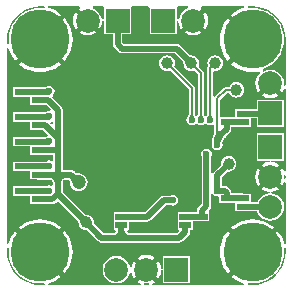
<source format=gbl>
G04 Layer_Physical_Order=2*
G04 Layer_Color=16711680*
%FSLAX44Y44*%
%MOMM*%
G71*
G01*
G75*
%ADD15C,1.0000*%
%ADD18C,0.2000*%
%ADD19C,0.5000*%
%ADD21R,2.0000X2.0000*%
%ADD22C,2.0000*%
%ADD23C,5.0000*%
%ADD24R,2.0000X2.0000*%
%ADD25C,0.6000*%
%ADD26C,1.2000*%
%ADD27R,1.0000X0.5000*%
G36*
X167261Y146350D02*
X167294Y146079D01*
X167349Y145813D01*
X167426Y145555D01*
X167525Y145303D01*
X167646Y145058D01*
X167789Y144819D01*
X167954Y144587D01*
X168141Y144361D01*
X168350Y144142D01*
X164150D01*
X164359Y144361D01*
X164546Y144587D01*
X164711Y144819D01*
X164854Y145058D01*
X164975Y145303D01*
X165074Y145555D01*
X165151Y145813D01*
X165206Y146079D01*
X165239Y146350D01*
X165250Y146628D01*
X167250D01*
X167261Y146350D01*
D02*
G37*
G36*
X159511D02*
X159544Y146079D01*
X159599Y145813D01*
X159676Y145555D01*
X159775Y145303D01*
X159896Y145058D01*
X160039Y144819D01*
X160204Y144587D01*
X160391Y144361D01*
X160600Y144142D01*
X156400D01*
X156609Y144361D01*
X156796Y144587D01*
X156961Y144819D01*
X157104Y145058D01*
X157225Y145303D01*
X157324Y145555D01*
X157401Y145813D01*
X157456Y146079D01*
X157489Y146350D01*
X157500Y146628D01*
X159500D01*
X159511Y146350D01*
D02*
G37*
G36*
X175011D02*
X175044Y146079D01*
X175099Y145813D01*
X175176Y145555D01*
X175275Y145303D01*
X175396Y145058D01*
X175539Y144819D01*
X175704Y144587D01*
X175891Y144361D01*
X176100Y144142D01*
X171900D01*
X172109Y144361D01*
X172296Y144587D01*
X172461Y144819D01*
X172604Y145058D01*
X172725Y145303D01*
X172824Y145555D01*
X172901Y145813D01*
X172956Y146079D01*
X172989Y146350D01*
X173000Y146628D01*
X175000D01*
X175011Y146350D01*
D02*
G37*
G36*
X160484Y189761D02*
X160585Y189475D01*
X160753Y189144D01*
X160989Y188767D01*
X161291Y188345D01*
X162098Y187364D01*
X163174Y186201D01*
X163813Y185551D01*
X162399Y184137D01*
X161749Y184776D01*
X159605Y186659D01*
X159183Y186962D01*
X158806Y187197D01*
X158475Y187365D01*
X158189Y187466D01*
X157949Y187500D01*
X160450Y190002D01*
X160484Y189761D01*
D02*
G37*
G36*
X210000Y237929D02*
X214369Y237585D01*
X218631Y236562D01*
X222680Y234885D01*
X226416Y232595D01*
X229749Y229749D01*
X232595Y226416D01*
X234885Y222680D01*
X236562Y218631D01*
X237585Y214369D01*
X237929Y210000D01*
X237930D01*
Y171606D01*
X236742Y170622D01*
X236499Y170668D01*
X236390Y170883D01*
X236630Y172700D01*
X236233Y175710D01*
X235071Y178515D01*
X233223Y180923D01*
X230815Y182771D01*
X228010Y183933D01*
X225000Y184329D01*
X221990Y183933D01*
X219185Y182771D01*
X218451Y183577D01*
X219044Y185030D01*
X222082Y186289D01*
X225642Y188470D01*
X228818Y191182D01*
X231530Y194358D01*
X233711Y197918D01*
X235310Y201776D01*
X236284Y205837D01*
X236612Y210000D01*
X236284Y214163D01*
X235310Y218224D01*
X233711Y222082D01*
X231530Y225642D01*
X228818Y228818D01*
X225642Y231530D01*
X222082Y233711D01*
X218224Y235310D01*
X214163Y236284D01*
X210000Y236612D01*
X206321Y236322D01*
X205755Y237232D01*
X206158Y237930D01*
X210000D01*
Y237929D01*
D02*
G37*
G36*
X120000Y3370D02*
X121817Y3610D01*
X122032Y3502D01*
X122078Y3258D01*
X121094Y2070D01*
X118906D01*
X117922Y3258D01*
X117968Y3502D01*
X118183Y3610D01*
X120000Y3370D01*
D02*
G37*
G36*
X237930Y33842D02*
Y30000D01*
X237929D01*
X237585Y25631D01*
X236562Y21369D01*
X234885Y17320D01*
X232595Y13584D01*
X229749Y10251D01*
X226416Y7405D01*
X222680Y5115D01*
X218631Y3438D01*
X214369Y2415D01*
X210000Y2071D01*
Y2070D01*
X206158D01*
X205755Y2768D01*
X206321Y3677D01*
X210000Y3388D01*
X214163Y3716D01*
X218224Y4690D01*
X222082Y6288D01*
X225642Y8470D01*
X228818Y11182D01*
X231530Y14358D01*
X233711Y17918D01*
X235310Y21776D01*
X236284Y25837D01*
X236612Y30000D01*
X236322Y33679D01*
X237232Y34245D01*
X237930Y33842D01*
D02*
G37*
G36*
Y94694D02*
Y92506D01*
X236742Y91522D01*
X236499Y91568D01*
X236390Y91783D01*
X236630Y93600D01*
X236390Y95417D01*
X236499Y95632D01*
X236742Y95678D01*
X237930Y94694D01*
D02*
G37*
G36*
X3677Y33679D02*
X3388Y30000D01*
X3716Y25837D01*
X4690Y21776D01*
X6288Y17918D01*
X8470Y14358D01*
X11182Y11182D01*
X14358Y8470D01*
X17918Y6288D01*
X21776Y4690D01*
X25837Y3716D01*
X30000Y3388D01*
X33679Y3677D01*
X34245Y2768D01*
X33842Y2070D01*
X30000D01*
Y2071D01*
X25631Y2415D01*
X21369Y3438D01*
X17320Y5115D01*
X13584Y7405D01*
X10251Y10251D01*
X7405Y13584D01*
X5115Y17320D01*
X3438Y21369D01*
X2415Y25631D01*
X2071Y30000D01*
X2070D01*
Y33842D01*
X2768Y34245D01*
X3677Y33679D01*
D02*
G37*
G36*
X186035Y128750D02*
X185364Y128036D01*
X184763Y127309D01*
X184232Y126568D01*
X183773Y125813D01*
X183384Y125045D01*
X183066Y124263D01*
X182818Y123468D01*
X182641Y122659D01*
X182535Y121836D01*
X182500Y121000D01*
X180000Y126250D01*
X180270Y128017D01*
X178231D01*
X178377Y128210D01*
X178508Y128484D01*
X178623Y128837D01*
X178723Y129270D01*
X178808Y129783D01*
X178931Y131047D01*
X178992Y132630D01*
X179000Y133541D01*
X181000D01*
X181007Y132718D01*
X181035Y132441D01*
X181141Y132207D01*
X181318Y132084D01*
X181566Y132071D01*
X181884Y132169D01*
X182273Y132378D01*
X182732Y132698D01*
X183864Y133669D01*
X184536Y134321D01*
X186035Y128750D01*
D02*
G37*
G36*
X155307Y236660D02*
X153885Y236071D01*
X151477Y234223D01*
X149629Y231815D01*
X148467Y229010D01*
X148359Y228195D01*
X148108Y227857D01*
X146992Y227286D01*
X146757Y227271D01*
X145830Y228139D01*
Y237530D01*
X146934Y237930D01*
X155054D01*
X155307Y236660D01*
D02*
G37*
G36*
X203076Y236660D02*
X201463Y236273D01*
X197458Y234614D01*
X193762Y232349D01*
X191992Y230837D01*
X211414Y211414D01*
X210000Y210000D01*
X211414Y208586D01*
X191992Y189163D01*
X193762Y187651D01*
X197458Y185386D01*
X201463Y183727D01*
X205679Y182715D01*
X210000Y182375D01*
X214321Y182715D01*
X215842Y183080D01*
X216401Y181908D01*
X216056Y181644D01*
X214046Y179024D01*
X212783Y175974D01*
X212352Y172700D01*
X212783Y169426D01*
X214046Y166376D01*
X214828Y165357D01*
X223586Y174114D01*
X225000Y172700D01*
X226414Y174114D01*
X235172Y165357D01*
X235954Y166376D01*
X236660Y168082D01*
X237930Y167829D01*
Y98471D01*
X236660Y98218D01*
X235954Y99924D01*
X235172Y100943D01*
X227828Y93600D01*
X235172Y86257D01*
X235954Y87276D01*
X236660Y88982D01*
X237930Y88729D01*
Y37074D01*
X236660Y36924D01*
X236273Y38537D01*
X234614Y42541D01*
X232349Y46238D01*
X230837Y48008D01*
X211414Y28586D01*
X191992Y9163D01*
X193762Y7651D01*
X197458Y5386D01*
X201463Y3727D01*
X203076Y3340D01*
X202925Y2070D01*
X124871D01*
X124618Y3340D01*
X126324Y4046D01*
X127343Y4828D01*
X120000Y12172D01*
X112657Y4828D01*
X113676Y4046D01*
X115382Y3340D01*
X115129Y2070D01*
X37074D01*
X36924Y3340D01*
X38537Y3727D01*
X42541Y5386D01*
X46238Y7651D01*
X48008Y9163D01*
X28586Y28586D01*
X9163Y48008D01*
X7651Y46238D01*
X5386Y42541D01*
X3727Y38537D01*
X3340Y36924D01*
X2070Y37074D01*
Y202925D01*
X3340Y203076D01*
X3727Y201463D01*
X5386Y197458D01*
X7651Y193762D01*
X9163Y191992D01*
X28586Y211414D01*
X48008Y230837D01*
X46238Y232349D01*
X42541Y234614D01*
X38537Y236273D01*
X36924Y236660D01*
X37075Y237930D01*
X63162D01*
X63593Y236660D01*
X62957Y236172D01*
X71714Y227414D01*
X80472Y218657D01*
X81254Y219676D01*
X82517Y222726D01*
X82900Y225634D01*
X84170Y225551D01*
Y214470D01*
X91591D01*
Y206300D01*
X91904Y204728D01*
X92795Y203395D01*
X96845Y199345D01*
X98178Y198454D01*
X99750Y198141D01*
X143998D01*
X151454Y190685D01*
X151364Y190000D01*
X151588Y188295D01*
X152246Y186707D01*
X153293Y185343D01*
X154657Y184296D01*
X156245Y183638D01*
X157950Y183414D01*
X159655Y183638D01*
X160253Y183886D01*
X160621Y183563D01*
X161238Y182956D01*
X161419Y182883D01*
X163671Y180632D01*
Y146857D01*
X163595Y146694D01*
X163587Y146483D01*
X163570Y146347D01*
X163544Y146219D01*
X163507Y146095D01*
X163459Y145973D01*
X163399Y145851D01*
X163324Y145726D01*
X163232Y145597D01*
X163121Y145463D01*
X162750Y145363D01*
X162000Y145363D01*
X161629Y145463D01*
X161518Y145597D01*
X161426Y145726D01*
X161351Y145851D01*
X161291Y145973D01*
X161243Y146095D01*
X161206Y146219D01*
X161180Y146347D01*
X161163Y146483D01*
X161155Y146694D01*
X161080Y146857D01*
Y169050D01*
X160883Y170037D01*
X160324Y170874D01*
X160324Y170874D01*
X143617Y187582D01*
X143912Y188295D01*
X144136Y190000D01*
X143912Y191705D01*
X143254Y193293D01*
X142207Y194657D01*
X140843Y195704D01*
X139255Y196362D01*
X137550Y196586D01*
X135845Y196362D01*
X134257Y195704D01*
X132893Y194657D01*
X131846Y193293D01*
X131188Y191705D01*
X130964Y190000D01*
X131188Y188295D01*
X131846Y186707D01*
X132893Y185343D01*
X134257Y184296D01*
X135845Y183638D01*
X137550Y183414D01*
X139255Y183638D01*
X139969Y183934D01*
X155920Y167982D01*
Y146857D01*
X155845Y146694D01*
X155837Y146483D01*
X155820Y146347D01*
X155794Y146219D01*
X155757Y146095D01*
X155709Y145973D01*
X155649Y145851D01*
X155574Y145726D01*
X155482Y145597D01*
X155371Y145463D01*
X155202Y145286D01*
X155140Y145125D01*
X154233Y143767D01*
X153881Y142000D01*
X154233Y140232D01*
X155234Y138734D01*
X156733Y137733D01*
X158500Y137381D01*
X160268Y137733D01*
X161552Y138591D01*
X162375Y138702D01*
X163198Y138591D01*
X164482Y137733D01*
X166250Y137381D01*
X168018Y137733D01*
X169302Y138591D01*
X170125Y138702D01*
X170948Y138591D01*
X172232Y137733D01*
X174000Y137381D01*
X175767Y137733D01*
X176150Y137989D01*
X177420Y137310D01*
Y133736D01*
X177344Y133555D01*
X177337Y132669D01*
X177278Y131159D01*
X177165Y129998D01*
X177098Y129591D01*
X177026Y129281D01*
X176967Y129101D01*
X176955Y129074D01*
X176909Y129014D01*
X176889Y128937D01*
X176883Y128925D01*
X176882Y128912D01*
X176851Y128791D01*
X176204Y127822D01*
X175891Y126250D01*
Y123004D01*
X175733Y122767D01*
X175381Y121000D01*
X175733Y119233D01*
X176734Y117734D01*
X178232Y116733D01*
X180000Y116381D01*
X181768Y116733D01*
X183266Y117734D01*
X184267Y119233D01*
X184619Y121000D01*
X184312Y122544D01*
X184421Y123044D01*
X184626Y123704D01*
X184892Y124357D01*
X185221Y125007D01*
X185615Y125654D01*
X186076Y126298D01*
X186607Y126940D01*
X187242Y127615D01*
X187282Y127721D01*
X190905Y131344D01*
X191796Y132678D01*
X192109Y134250D01*
Y136141D01*
X202000D01*
X202397Y136220D01*
X208530D01*
Y143141D01*
X213470D01*
Y135770D01*
X236530D01*
Y158830D01*
X225450D01*
X225367Y160100D01*
X228274Y160483D01*
X231324Y161746D01*
X232343Y162528D01*
X225000Y169872D01*
X217657Y162528D01*
X218676Y161746D01*
X221726Y160483D01*
X224633Y160100D01*
X224550Y158830D01*
X213470D01*
Y151359D01*
X202000D01*
X201603Y151280D01*
X195470D01*
Y144359D01*
X188000D01*
X187603Y144280D01*
X182579D01*
Y158932D01*
X188319Y164671D01*
X190250D01*
X190546Y163957D01*
X191593Y162593D01*
X192957Y161546D01*
X194545Y160888D01*
X196250Y160664D01*
X197955Y160888D01*
X199543Y161546D01*
X200907Y162593D01*
X201954Y163957D01*
X202612Y165545D01*
X202836Y167250D01*
X202612Y168955D01*
X201954Y170543D01*
X200907Y171907D01*
X199543Y172954D01*
X197955Y173612D01*
X196250Y173836D01*
X194545Y173612D01*
X192957Y172954D01*
X191593Y171907D01*
X190546Y170543D01*
X190250Y169830D01*
X187250D01*
X186263Y169633D01*
X185426Y169074D01*
X185426Y169074D01*
X178176Y161824D01*
X177850Y161336D01*
X176580Y161721D01*
Y182366D01*
X177850Y183480D01*
X178350Y183414D01*
X180055Y183638D01*
X181643Y184296D01*
X183008Y185343D01*
X184054Y186707D01*
X184712Y188295D01*
X184937Y190000D01*
X184712Y191705D01*
X184054Y193293D01*
X183008Y194657D01*
X181643Y195704D01*
X180055Y196362D01*
X178350Y196586D01*
X176646Y196362D01*
X175057Y195704D01*
X173693Y194657D01*
X172646Y193293D01*
X171988Y191705D01*
X171764Y190000D01*
X171988Y188295D01*
X172284Y187582D01*
X172176Y187474D01*
X171617Y186637D01*
X171420Y185650D01*
X171420Y185650D01*
Y146857D01*
X171345Y146694D01*
X171337Y146483D01*
X171320Y146347D01*
X171294Y146219D01*
X171257Y146095D01*
X171209Y145973D01*
X171149Y145851D01*
X171074Y145726D01*
X170982Y145597D01*
X170871Y145463D01*
X170501Y145363D01*
X169750Y145364D01*
X169379Y145463D01*
X169268Y145597D01*
X169176Y145726D01*
X169101Y145851D01*
X169041Y145973D01*
X168993Y146095D01*
X168956Y146219D01*
X168930Y146347D01*
X168913Y146483D01*
X168905Y146694D01*
X168830Y146857D01*
Y181700D01*
X168633Y182687D01*
X168074Y183524D01*
X165067Y186531D01*
X164994Y186712D01*
X164373Y187344D01*
X164059Y187684D01*
X164312Y188295D01*
X164536Y190000D01*
X164312Y191705D01*
X163654Y193293D01*
X162607Y194657D01*
X161243Y195704D01*
X159655Y196362D01*
X157950Y196586D01*
X157265Y196496D01*
X148606Y205155D01*
X147273Y206046D01*
X145700Y206359D01*
X101452D01*
X99809Y208002D01*
Y214470D01*
X107230D01*
Y236660D01*
X107230Y237530D01*
X108334Y237930D01*
X121666Y237930D01*
X122770Y236660D01*
Y214470D01*
X145830D01*
Y225550D01*
X147100Y225633D01*
X147483Y222726D01*
X148746Y219676D01*
X149528Y218657D01*
X158286Y227414D01*
X167043Y236172D01*
X166407Y236660D01*
X166838Y237930D01*
X202925D01*
X203076Y236660D01*
D02*
G37*
G36*
X34244Y237231D02*
X33680Y236322D01*
X30000Y236612D01*
X25837Y236284D01*
X21776Y235310D01*
X17918Y233711D01*
X14358Y231530D01*
X11182Y228818D01*
X8470Y225642D01*
X6288Y222082D01*
X4690Y218224D01*
X3716Y214163D01*
X3388Y210000D01*
X3677Y206321D01*
X2768Y205755D01*
X2070Y206158D01*
Y210000D01*
X2071D01*
X2415Y214369D01*
X3438Y218631D01*
X5115Y222680D01*
X7405Y226416D01*
X10251Y229749D01*
X13584Y232595D01*
X17320Y234885D01*
X21369Y236562D01*
X25631Y237585D01*
X30000Y237929D01*
Y237930D01*
X33840D01*
X34244Y237231D01*
D02*
G37*
G36*
X84170Y236660D02*
Y228139D01*
X83243Y227271D01*
X83008Y227286D01*
X81892Y227857D01*
X81641Y228195D01*
X81533Y229010D01*
X80371Y231815D01*
X78523Y234223D01*
X76115Y236071D01*
X74693Y236660D01*
X74946Y237930D01*
X83066D01*
X84170Y236660D01*
D02*
G37*
%LPC*%
G36*
X210000Y57625D02*
X205679Y57285D01*
X201463Y56273D01*
X197458Y54614D01*
X193762Y52349D01*
X191992Y50837D01*
X210000Y32829D01*
X228008Y50837D01*
X226238Y52349D01*
X222542Y54614D01*
X218537Y56273D01*
X214321Y57285D01*
X210000Y57625D01*
D02*
G37*
G36*
X30000D02*
X25679Y57285D01*
X21463Y56273D01*
X17458Y54614D01*
X13762Y52349D01*
X11991Y50837D01*
X30000Y32828D01*
X48008Y50837D01*
X46238Y52349D01*
X42541Y54614D01*
X38537Y56273D01*
X34321Y57285D01*
X30000Y57625D01*
D02*
G37*
G36*
X214828Y100943D02*
X214046Y99924D01*
X212783Y96874D01*
X212352Y93600D01*
X212783Y90326D01*
X214046Y87276D01*
X214828Y86257D01*
X222171Y93600D01*
X214828Y100943D01*
D02*
G37*
G36*
X94600Y26630D02*
X91590Y26233D01*
X88785Y25071D01*
X86377Y23223D01*
X84529Y20815D01*
X83367Y18010D01*
X82971Y15000D01*
X83367Y11990D01*
X84529Y9185D01*
X86377Y6777D01*
X88785Y4929D01*
X91590Y3767D01*
X94600Y3370D01*
X97610Y3767D01*
X100415Y4929D01*
X102823Y6777D01*
X104671Y9185D01*
X105833Y11990D01*
X106142Y14336D01*
X106150Y14397D01*
X107431D01*
X107439Y14336D01*
X107783Y11726D01*
X109046Y8676D01*
X109828Y7657D01*
X117172Y15000D01*
X109828Y22343D01*
X109046Y21324D01*
X107783Y18274D01*
X107439Y15664D01*
X107431Y15603D01*
X106150D01*
X106142Y15664D01*
X105833Y18010D01*
X104671Y20815D01*
X102823Y23223D01*
X100415Y25071D01*
X97610Y26233D01*
X94600Y26630D01*
D02*
G37*
G36*
X189163Y48008D02*
X187651Y46238D01*
X185386Y42541D01*
X183727Y38537D01*
X182715Y34321D01*
X182375Y30000D01*
X182715Y25679D01*
X183727Y21463D01*
X185386Y17458D01*
X187651Y13762D01*
X189163Y11992D01*
X207171Y30000D01*
X189163Y48008D01*
D02*
G37*
G36*
X50837Y48008D02*
X32828Y30000D01*
X50837Y11991D01*
X52349Y13762D01*
X54614Y17458D01*
X56273Y21463D01*
X57285Y25679D01*
X57625Y30000D01*
X57285Y34321D01*
X56273Y38537D01*
X54614Y42541D01*
X52349Y46238D01*
X50837Y48008D01*
D02*
G37*
G36*
X120000Y27648D02*
X116726Y27217D01*
X113676Y25954D01*
X112657Y25172D01*
X120000Y17828D01*
X127343Y25172D01*
X126324Y25954D01*
X123274Y27217D01*
X120000Y27648D01*
D02*
G37*
G36*
X156930Y26530D02*
X133870D01*
Y15449D01*
X132600Y15366D01*
X132536Y15851D01*
X132217Y18274D01*
X130954Y21324D01*
X130172Y22343D01*
X122829Y15000D01*
X130172Y7657D01*
X130954Y8676D01*
X132217Y11726D01*
X132536Y14149D01*
X132600Y14634D01*
X133870Y14551D01*
Y3470D01*
X156930D01*
Y26530D01*
D02*
G37*
G36*
X50837Y228008D02*
X32829Y210000D01*
X50837Y191992D01*
X52349Y193762D01*
X54614Y197458D01*
X56273Y201463D01*
X57285Y205679D01*
X57625Y210000D01*
X57285Y214321D01*
X56273Y218537D01*
X54614Y222542D01*
X52349Y226238D01*
X50837Y228008D01*
D02*
G37*
G36*
X60128Y233343D02*
X59346Y232324D01*
X58083Y229274D01*
X57652Y226000D01*
X58083Y222726D01*
X59346Y219676D01*
X60128Y218657D01*
X67472Y226000D01*
X60128Y233343D01*
D02*
G37*
G36*
X38000Y170619D02*
X36233Y170267D01*
X35247Y169609D01*
X28000D01*
X28000Y169609D01*
X14000D01*
X13603Y169530D01*
X7470D01*
Y161470D01*
X13603D01*
X14000Y161391D01*
X21470D01*
Y154470D01*
X27603D01*
X28000Y154391D01*
X35298D01*
X38968Y150721D01*
X38342Y149551D01*
X38000Y149619D01*
X36233Y149267D01*
X35247Y148609D01*
X28000D01*
X28000Y148609D01*
X14000D01*
X13603Y148530D01*
X7470D01*
Y140470D01*
X13603D01*
X14000Y140391D01*
X21470D01*
Y133470D01*
X27603D01*
X28000Y133391D01*
X32740D01*
X36641Y129490D01*
X36330Y128468D01*
X36134Y128201D01*
X35247Y127609D01*
X28000D01*
X28000Y127609D01*
X14000D01*
X13603Y127530D01*
X7470D01*
Y119470D01*
X13603D01*
X14000Y119391D01*
X21470D01*
Y112470D01*
X27603D01*
X28000Y112391D01*
X40891D01*
Y107864D01*
X40035Y107406D01*
X39621Y107296D01*
X38000Y107619D01*
X36233Y107267D01*
X35247Y106609D01*
X28000D01*
X28000Y106609D01*
X14000D01*
X13603Y106530D01*
X7470D01*
Y98470D01*
X13603D01*
X14000Y98391D01*
X21470D01*
Y91470D01*
X27603D01*
X28000Y91391D01*
X37153D01*
X37175Y91376D01*
X37251Y91391D01*
X37319D01*
X37413Y91346D01*
X38262Y91301D01*
X38892Y91190D01*
X39391Y91024D01*
X39775Y90817D01*
X40073Y90573D01*
X40317Y90275D01*
X40524Y89891D01*
X40690Y89392D01*
X40802Y88762D01*
X40846Y87913D01*
X40891Y87819D01*
Y86863D01*
X40035Y86406D01*
X39621Y86296D01*
X38000Y86619D01*
X36233Y86267D01*
X35247Y85609D01*
X28000D01*
X28000Y85609D01*
X14000D01*
X13603Y85530D01*
X7470D01*
Y77470D01*
X13603D01*
X14000Y77391D01*
X21470D01*
Y70470D01*
X27603D01*
X28000Y70391D01*
X40500D01*
X42072Y70704D01*
X43405Y71595D01*
X45030Y73219D01*
X62504Y55745D01*
X62414Y55060D01*
X62638Y53355D01*
X63296Y51767D01*
X64343Y50403D01*
X65707Y49356D01*
X67295Y48698D01*
X69000Y48474D01*
X69685Y48564D01*
X79155Y39095D01*
X80488Y38204D01*
X82060Y37891D01*
X98653D01*
X98675Y37876D01*
X98751Y37891D01*
X99249D01*
X99325Y37876D01*
X99347Y37891D01*
X148000D01*
X149572Y38204D01*
X150906Y39095D01*
X155906Y44095D01*
X156796Y45428D01*
X157109Y47000D01*
Y48970D01*
X159530D01*
Y55891D01*
X167000D01*
X167397Y55970D01*
X173530D01*
Y64030D01*
X173500D01*
X173014Y65203D01*
X173905Y66094D01*
X174796Y67428D01*
X175109Y69000D01*
Y78880D01*
X176379Y79266D01*
X176734Y78734D01*
X178232Y77733D01*
X180000Y77381D01*
X180488Y77478D01*
X181470Y76673D01*
Y71470D01*
X187603D01*
X188000Y71391D01*
X188000Y71391D01*
X195470D01*
Y64470D01*
X201603D01*
X202000Y64391D01*
X214098D01*
X214929Y62385D01*
X216777Y59977D01*
X219185Y58129D01*
X221990Y56967D01*
X225000Y56571D01*
X228010Y56967D01*
X230815Y58129D01*
X233223Y59977D01*
X235071Y62385D01*
X236233Y65190D01*
X236630Y68200D01*
X236233Y71210D01*
X235071Y74015D01*
X233223Y76423D01*
X230815Y78271D01*
X228010Y79433D01*
X225664Y79742D01*
X225603Y79750D01*
Y81031D01*
X225664Y81039D01*
X228274Y81383D01*
X231324Y82646D01*
X232343Y83428D01*
X225000Y90772D01*
X217657Y83428D01*
X218676Y82646D01*
X221726Y81383D01*
X224336Y81039D01*
X224397Y81031D01*
Y79750D01*
X224336Y79742D01*
X221990Y79433D01*
X219185Y78271D01*
X216777Y76423D01*
X214929Y74015D01*
X214346Y72609D01*
X208530D01*
Y79530D01*
X202397D01*
X202000Y79609D01*
X192109D01*
Y80250D01*
X191796Y81822D01*
X190905Y83155D01*
X189156Y84905D01*
X187822Y85796D01*
X186250Y86109D01*
X184109D01*
Y93298D01*
X189065Y98254D01*
X189750Y98164D01*
X191455Y98388D01*
X193043Y99046D01*
X194407Y100093D01*
X195454Y101457D01*
X196112Y103045D01*
X196336Y104750D01*
X196112Y106455D01*
X195454Y108043D01*
X194407Y109407D01*
X193043Y110454D01*
X191455Y111112D01*
X189750Y111336D01*
X188045Y111112D01*
X186457Y110454D01*
X185093Y109407D01*
X184046Y108043D01*
X183388Y106455D01*
X183164Y104750D01*
X183254Y104065D01*
X177094Y97906D01*
X176379Y96834D01*
X175109Y97082D01*
Y110996D01*
X175267Y111233D01*
X175619Y113000D01*
X175267Y114768D01*
X174266Y116266D01*
X172768Y117267D01*
X171000Y117619D01*
X169233Y117267D01*
X167734Y116266D01*
X166733Y114768D01*
X166381Y113000D01*
X166733Y111233D01*
X166891Y110996D01*
Y70702D01*
X164095Y67906D01*
X163204Y66572D01*
X162891Y65000D01*
Y64109D01*
X153000D01*
X152603Y64030D01*
X146470D01*
Y55970D01*
Y48970D01*
X147363D01*
X147889Y47700D01*
X146298Y46109D01*
X106847D01*
X106825Y46124D01*
X106749Y46109D01*
X106681D01*
X106587Y46154D01*
X105738Y46199D01*
X105108Y46310D01*
X104609Y46476D01*
X104225Y46683D01*
X103927Y46927D01*
X103683Y47225D01*
X103562Y47450D01*
X103711Y47915D01*
X104332Y48720D01*
X105530D01*
Y55641D01*
X120750D01*
X122322Y55954D01*
X123656Y56845D01*
X136452Y69641D01*
X140496D01*
X140732Y69483D01*
X142500Y69131D01*
X144268Y69483D01*
X145766Y70484D01*
X146767Y71982D01*
X147119Y73750D01*
X146767Y75518D01*
X145766Y77016D01*
X144268Y78017D01*
X142500Y78369D01*
X140732Y78017D01*
X140496Y77859D01*
X134750D01*
X133177Y77546D01*
X131845Y76655D01*
X119048Y63859D01*
X99000D01*
X98603Y63780D01*
X92470D01*
Y55720D01*
X92470D01*
Y48720D01*
X93668D01*
X94289Y47914D01*
X94438Y47450D01*
X94317Y47225D01*
X94073Y46927D01*
X93775Y46683D01*
X93391Y46476D01*
X92892Y46310D01*
X92262Y46199D01*
X91413Y46154D01*
X91319Y46109D01*
X91251D01*
X91175Y46124D01*
X91153Y46109D01*
X83762D01*
X75496Y54375D01*
X75586Y55060D01*
X75362Y56765D01*
X74704Y58353D01*
X73657Y59717D01*
X72293Y60764D01*
X70705Y61422D01*
X69000Y61646D01*
X68315Y61556D01*
X49139Y80732D01*
Y84912D01*
X49109Y85063D01*
Y87819D01*
X49154Y87913D01*
X49198Y88762D01*
X49310Y89392D01*
X49476Y89891D01*
X49683Y90275D01*
X49927Y90573D01*
X50225Y90817D01*
X50609Y91024D01*
X51108Y91190D01*
X51738Y91301D01*
X52587Y91346D01*
X52681Y91391D01*
X52749D01*
X52825Y91376D01*
X52847Y91391D01*
X54377D01*
X54466Y91281D01*
X54704Y90946D01*
X54886Y90650D01*
X55015Y90396D01*
X55094Y90192D01*
X55134Y90043D01*
X55145Y89949D01*
X55139Y89761D01*
X55149Y89733D01*
X55138Y89706D01*
X55223Y89500D01*
X55158Y89004D01*
X55417Y87039D01*
X56176Y85207D01*
X57383Y83634D01*
X58956Y82427D01*
X60787Y81668D01*
X62753Y81409D01*
X64719Y81668D01*
X66550Y82427D01*
X68123Y83634D01*
X69331Y85207D01*
X70089Y87039D01*
X70348Y89004D01*
X70089Y90970D01*
X69331Y92802D01*
X68123Y94375D01*
X66550Y95582D01*
X64719Y96341D01*
X62753Y96599D01*
X62257Y96534D01*
X62051Y96619D01*
X62024Y96608D01*
X61996Y96618D01*
X61809Y96612D01*
X61715Y96624D01*
X61565Y96663D01*
X61361Y96743D01*
X61108Y96872D01*
X60811Y97054D01*
X60494Y97280D01*
X59699Y97952D01*
X59267Y98367D01*
X59153Y98412D01*
X57830Y99296D01*
X56257Y99609D01*
X50301D01*
X49139Y100088D01*
Y105912D01*
X49109Y106063D01*
Y116000D01*
Y120937D01*
X49139Y121088D01*
Y126912D01*
Y150470D01*
X48826Y152042D01*
X47935Y153376D01*
X40570Y160741D01*
X40691Y162350D01*
X41266Y162734D01*
X42267Y164233D01*
X42619Y166000D01*
X42267Y167768D01*
X41266Y169266D01*
X39767Y170267D01*
X38000Y170619D01*
D02*
G37*
G36*
X70300Y223172D02*
X62957Y215828D01*
X63976Y215046D01*
X67026Y213783D01*
X70300Y213352D01*
X73574Y213783D01*
X76624Y215046D01*
X77643Y215828D01*
X70300Y223172D01*
D02*
G37*
G36*
X159700Y223172D02*
X152357Y215828D01*
X153376Y215046D01*
X156426Y213783D01*
X159700Y213352D01*
X162974Y213783D01*
X166024Y215046D01*
X167043Y215828D01*
X159700Y223172D01*
D02*
G37*
G36*
X189163Y228008D02*
X187651Y226238D01*
X185386Y222542D01*
X183727Y218537D01*
X182715Y214321D01*
X182375Y210000D01*
X182715Y205679D01*
X183727Y201463D01*
X185386Y197458D01*
X187651Y193762D01*
X189163Y191992D01*
X207171Y210000D01*
X189163Y228008D01*
D02*
G37*
G36*
X30000Y207172D02*
X11992Y189163D01*
X13762Y187651D01*
X17458Y185386D01*
X21463Y183727D01*
X25679Y182715D01*
X30000Y182375D01*
X34321Y182715D01*
X38537Y183727D01*
X42541Y185386D01*
X46238Y187651D01*
X48008Y189163D01*
X30000Y207172D01*
D02*
G37*
G36*
X169872Y233343D02*
X162528Y226000D01*
X169872Y218657D01*
X170654Y219676D01*
X171917Y222726D01*
X172348Y226000D01*
X171917Y229274D01*
X170654Y232324D01*
X169872Y233343D01*
D02*
G37*
G36*
X236530Y130530D02*
X213470D01*
Y107470D01*
X224550D01*
X224634Y106200D01*
X224149Y106136D01*
X221726Y105817D01*
X218676Y104554D01*
X217657Y103772D01*
X225000Y96428D01*
X232343Y103772D01*
X231324Y104554D01*
X228274Y105817D01*
X225851Y106136D01*
X225366Y106200D01*
X225450Y107470D01*
X236530D01*
Y130530D01*
D02*
G37*
%LPD*%
G36*
X58589Y96722D02*
X59477Y95970D01*
X59896Y95672D01*
X60298Y95425D01*
X60683Y95230D01*
X61051Y95086D01*
X61401Y94994D01*
X61735Y94953D01*
X62051Y94963D01*
X56794Y89706D01*
X56805Y90023D01*
X56764Y90356D01*
X56671Y90707D01*
X56528Y91075D01*
X56332Y91459D01*
X56085Y91861D01*
X55787Y92280D01*
X55437Y92716D01*
X54583Y93639D01*
X58118Y97175D01*
X58589Y96722D01*
D02*
G37*
G36*
X40921Y139678D02*
Y138491D01*
X39748Y138005D01*
X38740Y139013D01*
X39083Y140249D01*
X39774Y140454D01*
X40921Y139678D01*
D02*
G37*
G36*
X101550Y48550D02*
X101700Y47700D01*
X101950Y46950D01*
X102300Y46300D01*
X102750Y45750D01*
X103300Y45300D01*
X103950Y44950D01*
X104700Y44700D01*
X105550Y44550D01*
X106500Y44500D01*
X99000Y39500D01*
X91500Y44500D01*
X92450Y44550D01*
X93300Y44700D01*
X94050Y44950D01*
X94700Y45300D01*
X95250Y45750D01*
X95700Y46300D01*
X96050Y46950D01*
X96300Y47700D01*
X96450Y48550D01*
X96500Y49500D01*
X101500D01*
X101550Y48550D01*
D02*
G37*
G36*
X52500Y93000D02*
X51550Y92950D01*
X50700Y92800D01*
X49950Y92550D01*
X49300Y92200D01*
X48750Y91750D01*
X48300Y91200D01*
X47950Y90550D01*
X47700Y89800D01*
X47550Y88950D01*
X47500Y88000D01*
X42500D01*
X42450Y88950D01*
X42300Y89800D01*
X42050Y90550D01*
X41700Y91200D01*
X41250Y91750D01*
X40700Y92200D01*
X40050Y92550D01*
X39300Y92800D01*
X38450Y92950D01*
X37500Y93000D01*
X45000Y98000D01*
X52500Y93000D01*
D02*
G37*
D15*
X196250Y167250D02*
D03*
X189750Y104750D02*
D03*
X69000Y55060D02*
D03*
X178350Y190000D02*
D03*
X157950D02*
D03*
X137550D02*
D03*
D18*
X158500Y169050D01*
Y142000D02*
Y169050D01*
X157950Y190000D02*
X166250Y181700D01*
Y142000D02*
Y181700D01*
X174000Y185650D02*
X178350Y190000D01*
X174000Y142000D02*
Y185650D01*
X180000Y160000D02*
X187250Y167250D01*
X196250D01*
X180000Y126250D02*
Y160000D01*
D19*
Y95000D02*
X189750Y104750D01*
X180000Y82000D02*
Y95000D01*
Y82000D02*
X186250D01*
X188000Y75500D02*
Y80250D01*
X186250Y82000D02*
X188000Y80250D01*
Y75500D02*
X188000Y75500D01*
X202000D01*
X224700Y68500D02*
X225000Y68200D01*
X202000Y68500D02*
X224700D01*
X180000Y121000D02*
Y126250D01*
X188000Y134250D01*
Y140250D01*
X188000Y140250D01*
X202000D01*
X224950Y147250D02*
X225000Y147300D01*
X202000Y147250D02*
X224950D01*
X134750Y73750D02*
X142500D01*
X120750Y59750D02*
X134750Y73750D01*
X113000Y59750D02*
X120750D01*
X171000Y69000D02*
Y113000D01*
X167000Y65000D02*
X171000Y69000D01*
X167000Y60000D02*
Y65000D01*
X153000Y47000D02*
Y53000D01*
X148000Y42000D02*
X153000Y47000D01*
X99000Y42000D02*
X148000D01*
X99000D02*
Y52750D01*
X82060Y42000D02*
X99000D01*
X69000Y55060D02*
X82060Y42000D01*
X99000Y59750D02*
X113000D01*
X153000Y60000D02*
X167000D01*
X14000Y81500D02*
X28000D01*
X28000Y81500D02*
X37500D01*
X28000Y74500D02*
X40500D01*
X28000Y158500D02*
X37000D01*
X45030Y150470D01*
Y126912D02*
Y150470D01*
X95700Y206300D02*
Y226000D01*
Y206300D02*
X99750Y202250D01*
X145700D01*
X157950Y190000D01*
X45030Y79030D02*
X69000Y55060D01*
X45000Y84942D02*
Y95500D01*
X56257D01*
X28000D02*
X45000D01*
X56257D02*
X62753Y89004D01*
X45000Y116000D02*
Y121058D01*
Y105942D02*
Y116000D01*
X44500Y116500D02*
X45000Y116000D01*
X28000Y116500D02*
X44500D01*
X45000Y95500D02*
Y100058D01*
X40500Y74500D02*
X45030Y79030D01*
Y84912D01*
X45000Y84942D02*
X45030Y84912D01*
X45000Y100058D02*
X45030Y100088D01*
Y105912D01*
X45000Y105942D02*
X45030Y105912D01*
X45000Y121058D02*
X45030Y121088D01*
Y126912D01*
X34442Y137500D02*
X45030Y126912D01*
X28000Y137500D02*
X34442D01*
X37500Y123500D02*
X38000Y124000D01*
X37500Y165500D02*
X38000Y166000D01*
X28000Y165500D02*
X37500D01*
X28000Y165500D02*
X28000Y165500D01*
X14000Y165500D02*
X28000D01*
X37500Y144500D02*
X38000Y145000D01*
X28000Y144500D02*
X37500D01*
X28000Y144500D02*
X28000Y144500D01*
X14000Y144500D02*
X28000D01*
X28000Y123500D02*
X37500D01*
X28000Y123500D02*
X28000Y123500D01*
X14000Y123500D02*
X28000D01*
X37500Y102500D02*
X38000Y103000D01*
X28000Y102500D02*
X37500D01*
X28000Y102500D02*
X28000Y102500D01*
X14000Y102500D02*
X28000D01*
X37500Y81500D02*
X38000Y82000D01*
X28000Y81500D02*
X28000Y81500D01*
D21*
X95700Y226000D02*
D03*
X145400Y15000D02*
D03*
X134300Y226000D02*
D03*
D22*
X70300D02*
D03*
X120000Y15000D02*
D03*
X94600D02*
D03*
X225000Y93600D02*
D03*
Y68200D02*
D03*
X225000Y172700D02*
D03*
X159700Y226000D02*
D03*
D23*
X210000Y30000D02*
D03*
X30000D02*
D03*
Y210000D02*
D03*
X210000D02*
D03*
D24*
X225000Y119000D02*
D03*
X225000Y147300D02*
D03*
D25*
X56500Y110750D02*
D03*
X119500Y192250D02*
D03*
X206001Y166000D02*
D03*
Y106000D02*
D03*
Y86000D02*
D03*
X201001Y176000D02*
D03*
Y156000D02*
D03*
X196001Y126000D02*
D03*
X201001Y96000D02*
D03*
X196001Y86000D02*
D03*
X191001Y176000D02*
D03*
Y156000D02*
D03*
Y56000D02*
D03*
X186001Y6000D02*
D03*
X176001Y226000D02*
D03*
Y206000D02*
D03*
X181001Y176000D02*
D03*
Y56000D02*
D03*
X176001Y46000D02*
D03*
Y26000D02*
D03*
X181001Y16000D02*
D03*
X176001Y6000D02*
D03*
X166001Y206000D02*
D03*
Y46000D02*
D03*
X171001Y36000D02*
D03*
X166001Y26000D02*
D03*
X171001Y16000D02*
D03*
X166001Y6000D02*
D03*
X156001Y206000D02*
D03*
Y86000D02*
D03*
X161001Y36000D02*
D03*
Y16000D02*
D03*
X141001Y56000D02*
D03*
X116001Y226000D02*
D03*
X111000Y216000D02*
D03*
X106000Y26000D02*
D03*
X86000Y206000D02*
D03*
X76000D02*
D03*
X81000Y196000D02*
D03*
X76000Y186000D02*
D03*
Y166000D02*
D03*
Y26000D02*
D03*
Y6000D02*
D03*
X66000Y206000D02*
D03*
X71000Y196000D02*
D03*
X66000Y186000D02*
D03*
X71000Y176000D02*
D03*
X66000Y166000D02*
D03*
Y146000D02*
D03*
X71000Y36000D02*
D03*
X66000Y26000D02*
D03*
X71000Y16000D02*
D03*
X66000Y6000D02*
D03*
X61000Y196000D02*
D03*
X56000Y186000D02*
D03*
X61000Y176000D02*
D03*
X56000Y166000D02*
D03*
X61000Y156000D02*
D03*
Y36000D02*
D03*
Y16000D02*
D03*
X56000Y6000D02*
D03*
X51000Y176000D02*
D03*
X46000Y166000D02*
D03*
X51000Y156000D02*
D03*
Y56000D02*
D03*
X41000Y176000D02*
D03*
X36000Y66000D02*
D03*
X31000Y176000D02*
D03*
X26000Y66000D02*
D03*
X21000Y176000D02*
D03*
X6000Y186000D02*
D03*
X11000Y176000D02*
D03*
X6000Y66000D02*
D03*
X11000Y56000D02*
D03*
X110000Y33000D02*
D03*
X130000D02*
D03*
X120000D02*
D03*
X84000Y52000D02*
D03*
Y60000D02*
D03*
X119750Y76250D02*
D03*
X137500Y176250D02*
D03*
X130000Y182000D02*
D03*
X55000Y120750D02*
D03*
X52750Y132000D02*
D03*
X53000Y142750D02*
D03*
X59000Y149000D02*
D03*
X180000Y121000D02*
D03*
Y82000D02*
D03*
X14000Y152000D02*
D03*
Y131000D02*
D03*
Y110000D02*
D03*
Y89000D02*
D03*
Y68000D02*
D03*
X38000Y124000D02*
D03*
Y166000D02*
D03*
Y145000D02*
D03*
Y103000D02*
D03*
Y82000D02*
D03*
X76000Y96000D02*
D03*
Y88000D02*
D03*
X174000Y142000D02*
D03*
X166250D02*
D03*
X158500D02*
D03*
X171000Y113000D02*
D03*
X146000Y121000D02*
D03*
X135000D02*
D03*
X124000D02*
D03*
Y110000D02*
D03*
Y99000D02*
D03*
X135000D02*
D03*
X146000D02*
D03*
Y110000D02*
D03*
X135000D02*
D03*
X142500Y73750D02*
D03*
D26*
X62753Y89004D02*
D03*
D27*
X188000Y147250D02*
D03*
Y140250D02*
D03*
X202000Y147250D02*
D03*
Y140250D02*
D03*
X202000Y68500D02*
D03*
X202000Y75500D02*
D03*
X188000Y68500D02*
D03*
Y75500D02*
D03*
X28000Y158500D02*
D03*
Y165500D02*
D03*
X14000Y158500D02*
D03*
Y165500D02*
D03*
X28000Y137500D02*
D03*
Y144500D02*
D03*
X14000Y137500D02*
D03*
Y144500D02*
D03*
X28000Y116500D02*
D03*
X28000Y123500D02*
D03*
X14000Y116500D02*
D03*
Y123500D02*
D03*
X99000Y59750D02*
D03*
X99000Y52750D02*
D03*
X113000Y59750D02*
D03*
Y52750D02*
D03*
X153000Y60000D02*
D03*
Y53000D02*
D03*
X167000Y60000D02*
D03*
Y53000D02*
D03*
X28000Y95500D02*
D03*
Y102500D02*
D03*
X14000Y95500D02*
D03*
Y102500D02*
D03*
X28000Y74500D02*
D03*
Y81500D02*
D03*
X14000Y74500D02*
D03*
Y81500D02*
D03*
M02*

</source>
